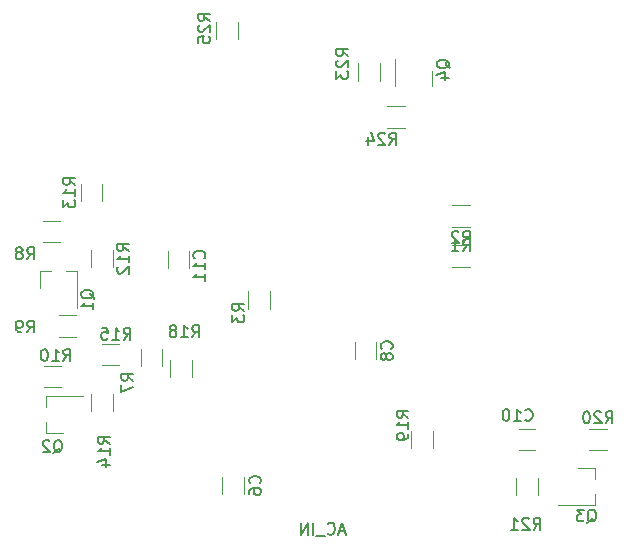
<source format=gbr>
%TF.GenerationSoftware,KiCad,Pcbnew,7.0.9*%
%TF.CreationDate,2023-11-29T12:49:05+01:00*%
%TF.ProjectId,Zabezpieczenie_UPC1237_2,5a616265-7a70-4696-9563-7a656e69655f,rev?*%
%TF.SameCoordinates,Original*%
%TF.FileFunction,Legend,Bot*%
%TF.FilePolarity,Positive*%
%FSLAX46Y46*%
G04 Gerber Fmt 4.6, Leading zero omitted, Abs format (unit mm)*
G04 Created by KiCad (PCBNEW 7.0.9) date 2023-11-29 12:49:05*
%MOMM*%
%LPD*%
G01*
G04 APERTURE LIST*
%ADD10C,0.200000*%
%ADD11C,0.150000*%
%ADD12C,0.120000*%
G04 APERTURE END LIST*
D10*
X143377945Y-121581504D02*
X142901755Y-121581504D01*
X143473183Y-121867219D02*
X143139850Y-120867219D01*
X143139850Y-120867219D02*
X142806517Y-121867219D01*
X141901755Y-121771980D02*
X141949374Y-121819600D01*
X141949374Y-121819600D02*
X142092231Y-121867219D01*
X142092231Y-121867219D02*
X142187469Y-121867219D01*
X142187469Y-121867219D02*
X142330326Y-121819600D01*
X142330326Y-121819600D02*
X142425564Y-121724361D01*
X142425564Y-121724361D02*
X142473183Y-121629123D01*
X142473183Y-121629123D02*
X142520802Y-121438647D01*
X142520802Y-121438647D02*
X142520802Y-121295790D01*
X142520802Y-121295790D02*
X142473183Y-121105314D01*
X142473183Y-121105314D02*
X142425564Y-121010076D01*
X142425564Y-121010076D02*
X142330326Y-120914838D01*
X142330326Y-120914838D02*
X142187469Y-120867219D01*
X142187469Y-120867219D02*
X142092231Y-120867219D01*
X142092231Y-120867219D02*
X141949374Y-120914838D01*
X141949374Y-120914838D02*
X141901755Y-120962457D01*
X141711279Y-121962457D02*
X140949374Y-121962457D01*
X140711278Y-121867219D02*
X140711278Y-120867219D01*
X140235088Y-121867219D02*
X140235088Y-120867219D01*
X140235088Y-120867219D02*
X139663660Y-121867219D01*
X139663660Y-121867219D02*
X139663660Y-120867219D01*
D11*
X118695238Y-114950057D02*
X118790476Y-114902438D01*
X118790476Y-114902438D02*
X118885714Y-114807200D01*
X118885714Y-114807200D02*
X119028571Y-114664342D01*
X119028571Y-114664342D02*
X119123809Y-114616723D01*
X119123809Y-114616723D02*
X119219047Y-114616723D01*
X119171428Y-114854819D02*
X119266666Y-114807200D01*
X119266666Y-114807200D02*
X119361904Y-114711961D01*
X119361904Y-114711961D02*
X119409523Y-114521485D01*
X119409523Y-114521485D02*
X119409523Y-114188152D01*
X119409523Y-114188152D02*
X119361904Y-113997676D01*
X119361904Y-113997676D02*
X119266666Y-113902438D01*
X119266666Y-113902438D02*
X119171428Y-113854819D01*
X119171428Y-113854819D02*
X118980952Y-113854819D01*
X118980952Y-113854819D02*
X118885714Y-113902438D01*
X118885714Y-113902438D02*
X118790476Y-113997676D01*
X118790476Y-113997676D02*
X118742857Y-114188152D01*
X118742857Y-114188152D02*
X118742857Y-114521485D01*
X118742857Y-114521485D02*
X118790476Y-114711961D01*
X118790476Y-114711961D02*
X118885714Y-114807200D01*
X118885714Y-114807200D02*
X118980952Y-114854819D01*
X118980952Y-114854819D02*
X119171428Y-114854819D01*
X118361904Y-113950057D02*
X118314285Y-113902438D01*
X118314285Y-113902438D02*
X118219047Y-113854819D01*
X118219047Y-113854819D02*
X117980952Y-113854819D01*
X117980952Y-113854819D02*
X117885714Y-113902438D01*
X117885714Y-113902438D02*
X117838095Y-113950057D01*
X117838095Y-113950057D02*
X117790476Y-114045295D01*
X117790476Y-114045295D02*
X117790476Y-114140533D01*
X117790476Y-114140533D02*
X117838095Y-114283390D01*
X117838095Y-114283390D02*
X118409523Y-114854819D01*
X118409523Y-114854819D02*
X117790476Y-114854819D01*
X147142857Y-88854819D02*
X147476190Y-88378628D01*
X147714285Y-88854819D02*
X147714285Y-87854819D01*
X147714285Y-87854819D02*
X147333333Y-87854819D01*
X147333333Y-87854819D02*
X147238095Y-87902438D01*
X147238095Y-87902438D02*
X147190476Y-87950057D01*
X147190476Y-87950057D02*
X147142857Y-88045295D01*
X147142857Y-88045295D02*
X147142857Y-88188152D01*
X147142857Y-88188152D02*
X147190476Y-88283390D01*
X147190476Y-88283390D02*
X147238095Y-88331009D01*
X147238095Y-88331009D02*
X147333333Y-88378628D01*
X147333333Y-88378628D02*
X147714285Y-88378628D01*
X146761904Y-87950057D02*
X146714285Y-87902438D01*
X146714285Y-87902438D02*
X146619047Y-87854819D01*
X146619047Y-87854819D02*
X146380952Y-87854819D01*
X146380952Y-87854819D02*
X146285714Y-87902438D01*
X146285714Y-87902438D02*
X146238095Y-87950057D01*
X146238095Y-87950057D02*
X146190476Y-88045295D01*
X146190476Y-88045295D02*
X146190476Y-88140533D01*
X146190476Y-88140533D02*
X146238095Y-88283390D01*
X146238095Y-88283390D02*
X146809523Y-88854819D01*
X146809523Y-88854819D02*
X146190476Y-88854819D01*
X145333333Y-88188152D02*
X145333333Y-88854819D01*
X145571428Y-87807200D02*
X145809523Y-88521485D01*
X145809523Y-88521485D02*
X145190476Y-88521485D01*
X165442857Y-112434819D02*
X165776190Y-111958628D01*
X166014285Y-112434819D02*
X166014285Y-111434819D01*
X166014285Y-111434819D02*
X165633333Y-111434819D01*
X165633333Y-111434819D02*
X165538095Y-111482438D01*
X165538095Y-111482438D02*
X165490476Y-111530057D01*
X165490476Y-111530057D02*
X165442857Y-111625295D01*
X165442857Y-111625295D02*
X165442857Y-111768152D01*
X165442857Y-111768152D02*
X165490476Y-111863390D01*
X165490476Y-111863390D02*
X165538095Y-111911009D01*
X165538095Y-111911009D02*
X165633333Y-111958628D01*
X165633333Y-111958628D02*
X166014285Y-111958628D01*
X165061904Y-111530057D02*
X165014285Y-111482438D01*
X165014285Y-111482438D02*
X164919047Y-111434819D01*
X164919047Y-111434819D02*
X164680952Y-111434819D01*
X164680952Y-111434819D02*
X164585714Y-111482438D01*
X164585714Y-111482438D02*
X164538095Y-111530057D01*
X164538095Y-111530057D02*
X164490476Y-111625295D01*
X164490476Y-111625295D02*
X164490476Y-111720533D01*
X164490476Y-111720533D02*
X164538095Y-111863390D01*
X164538095Y-111863390D02*
X165109523Y-112434819D01*
X165109523Y-112434819D02*
X164490476Y-112434819D01*
X163871428Y-111434819D02*
X163776190Y-111434819D01*
X163776190Y-111434819D02*
X163680952Y-111482438D01*
X163680952Y-111482438D02*
X163633333Y-111530057D01*
X163633333Y-111530057D02*
X163585714Y-111625295D01*
X163585714Y-111625295D02*
X163538095Y-111815771D01*
X163538095Y-111815771D02*
X163538095Y-112053866D01*
X163538095Y-112053866D02*
X163585714Y-112244342D01*
X163585714Y-112244342D02*
X163633333Y-112339580D01*
X163633333Y-112339580D02*
X163680952Y-112387200D01*
X163680952Y-112387200D02*
X163776190Y-112434819D01*
X163776190Y-112434819D02*
X163871428Y-112434819D01*
X163871428Y-112434819D02*
X163966666Y-112387200D01*
X163966666Y-112387200D02*
X164014285Y-112339580D01*
X164014285Y-112339580D02*
X164061904Y-112244342D01*
X164061904Y-112244342D02*
X164109523Y-112053866D01*
X164109523Y-112053866D02*
X164109523Y-111815771D01*
X164109523Y-111815771D02*
X164061904Y-111625295D01*
X164061904Y-111625295D02*
X164014285Y-111530057D01*
X164014285Y-111530057D02*
X163966666Y-111482438D01*
X163966666Y-111482438D02*
X163871428Y-111434819D01*
X120534819Y-92257142D02*
X120058628Y-91923809D01*
X120534819Y-91685714D02*
X119534819Y-91685714D01*
X119534819Y-91685714D02*
X119534819Y-92066666D01*
X119534819Y-92066666D02*
X119582438Y-92161904D01*
X119582438Y-92161904D02*
X119630057Y-92209523D01*
X119630057Y-92209523D02*
X119725295Y-92257142D01*
X119725295Y-92257142D02*
X119868152Y-92257142D01*
X119868152Y-92257142D02*
X119963390Y-92209523D01*
X119963390Y-92209523D02*
X120011009Y-92161904D01*
X120011009Y-92161904D02*
X120058628Y-92066666D01*
X120058628Y-92066666D02*
X120058628Y-91685714D01*
X120534819Y-93209523D02*
X120534819Y-92638095D01*
X120534819Y-92923809D02*
X119534819Y-92923809D01*
X119534819Y-92923809D02*
X119677676Y-92828571D01*
X119677676Y-92828571D02*
X119772914Y-92733333D01*
X119772914Y-92733333D02*
X119820533Y-92638095D01*
X119534819Y-93542857D02*
X119534819Y-94161904D01*
X119534819Y-94161904D02*
X119915771Y-93828571D01*
X119915771Y-93828571D02*
X119915771Y-93971428D01*
X119915771Y-93971428D02*
X119963390Y-94066666D01*
X119963390Y-94066666D02*
X120011009Y-94114285D01*
X120011009Y-94114285D02*
X120106247Y-94161904D01*
X120106247Y-94161904D02*
X120344342Y-94161904D01*
X120344342Y-94161904D02*
X120439580Y-94114285D01*
X120439580Y-94114285D02*
X120487200Y-94066666D01*
X120487200Y-94066666D02*
X120534819Y-93971428D01*
X120534819Y-93971428D02*
X120534819Y-93685714D01*
X120534819Y-93685714D02*
X120487200Y-93590476D01*
X120487200Y-93590476D02*
X120439580Y-93542857D01*
X153366666Y-97844819D02*
X153699999Y-97368628D01*
X153938094Y-97844819D02*
X153938094Y-96844819D01*
X153938094Y-96844819D02*
X153557142Y-96844819D01*
X153557142Y-96844819D02*
X153461904Y-96892438D01*
X153461904Y-96892438D02*
X153414285Y-96940057D01*
X153414285Y-96940057D02*
X153366666Y-97035295D01*
X153366666Y-97035295D02*
X153366666Y-97178152D01*
X153366666Y-97178152D02*
X153414285Y-97273390D01*
X153414285Y-97273390D02*
X153461904Y-97321009D01*
X153461904Y-97321009D02*
X153557142Y-97368628D01*
X153557142Y-97368628D02*
X153938094Y-97368628D01*
X152414285Y-97844819D02*
X152985713Y-97844819D01*
X152699999Y-97844819D02*
X152699999Y-96844819D01*
X152699999Y-96844819D02*
X152795237Y-96987676D01*
X152795237Y-96987676D02*
X152890475Y-97082914D01*
X152890475Y-97082914D02*
X152985713Y-97130533D01*
X143654819Y-81357142D02*
X143178628Y-81023809D01*
X143654819Y-80785714D02*
X142654819Y-80785714D01*
X142654819Y-80785714D02*
X142654819Y-81166666D01*
X142654819Y-81166666D02*
X142702438Y-81261904D01*
X142702438Y-81261904D02*
X142750057Y-81309523D01*
X142750057Y-81309523D02*
X142845295Y-81357142D01*
X142845295Y-81357142D02*
X142988152Y-81357142D01*
X142988152Y-81357142D02*
X143083390Y-81309523D01*
X143083390Y-81309523D02*
X143131009Y-81261904D01*
X143131009Y-81261904D02*
X143178628Y-81166666D01*
X143178628Y-81166666D02*
X143178628Y-80785714D01*
X142750057Y-81738095D02*
X142702438Y-81785714D01*
X142702438Y-81785714D02*
X142654819Y-81880952D01*
X142654819Y-81880952D02*
X142654819Y-82119047D01*
X142654819Y-82119047D02*
X142702438Y-82214285D01*
X142702438Y-82214285D02*
X142750057Y-82261904D01*
X142750057Y-82261904D02*
X142845295Y-82309523D01*
X142845295Y-82309523D02*
X142940533Y-82309523D01*
X142940533Y-82309523D02*
X143083390Y-82261904D01*
X143083390Y-82261904D02*
X143654819Y-81690476D01*
X143654819Y-81690476D02*
X143654819Y-82309523D01*
X142654819Y-82642857D02*
X142654819Y-83261904D01*
X142654819Y-83261904D02*
X143035771Y-82928571D01*
X143035771Y-82928571D02*
X143035771Y-83071428D01*
X143035771Y-83071428D02*
X143083390Y-83166666D01*
X143083390Y-83166666D02*
X143131009Y-83214285D01*
X143131009Y-83214285D02*
X143226247Y-83261904D01*
X143226247Y-83261904D02*
X143464342Y-83261904D01*
X143464342Y-83261904D02*
X143559580Y-83214285D01*
X143559580Y-83214285D02*
X143607200Y-83166666D01*
X143607200Y-83166666D02*
X143654819Y-83071428D01*
X143654819Y-83071428D02*
X143654819Y-82785714D01*
X143654819Y-82785714D02*
X143607200Y-82690476D01*
X143607200Y-82690476D02*
X143559580Y-82642857D01*
X131954819Y-78357142D02*
X131478628Y-78023809D01*
X131954819Y-77785714D02*
X130954819Y-77785714D01*
X130954819Y-77785714D02*
X130954819Y-78166666D01*
X130954819Y-78166666D02*
X131002438Y-78261904D01*
X131002438Y-78261904D02*
X131050057Y-78309523D01*
X131050057Y-78309523D02*
X131145295Y-78357142D01*
X131145295Y-78357142D02*
X131288152Y-78357142D01*
X131288152Y-78357142D02*
X131383390Y-78309523D01*
X131383390Y-78309523D02*
X131431009Y-78261904D01*
X131431009Y-78261904D02*
X131478628Y-78166666D01*
X131478628Y-78166666D02*
X131478628Y-77785714D01*
X131050057Y-78738095D02*
X131002438Y-78785714D01*
X131002438Y-78785714D02*
X130954819Y-78880952D01*
X130954819Y-78880952D02*
X130954819Y-79119047D01*
X130954819Y-79119047D02*
X131002438Y-79214285D01*
X131002438Y-79214285D02*
X131050057Y-79261904D01*
X131050057Y-79261904D02*
X131145295Y-79309523D01*
X131145295Y-79309523D02*
X131240533Y-79309523D01*
X131240533Y-79309523D02*
X131383390Y-79261904D01*
X131383390Y-79261904D02*
X131954819Y-78690476D01*
X131954819Y-78690476D02*
X131954819Y-79309523D01*
X130954819Y-80214285D02*
X130954819Y-79738095D01*
X130954819Y-79738095D02*
X131431009Y-79690476D01*
X131431009Y-79690476D02*
X131383390Y-79738095D01*
X131383390Y-79738095D02*
X131335771Y-79833333D01*
X131335771Y-79833333D02*
X131335771Y-80071428D01*
X131335771Y-80071428D02*
X131383390Y-80166666D01*
X131383390Y-80166666D02*
X131431009Y-80214285D01*
X131431009Y-80214285D02*
X131526247Y-80261904D01*
X131526247Y-80261904D02*
X131764342Y-80261904D01*
X131764342Y-80261904D02*
X131859580Y-80214285D01*
X131859580Y-80214285D02*
X131907200Y-80166666D01*
X131907200Y-80166666D02*
X131954819Y-80071428D01*
X131954819Y-80071428D02*
X131954819Y-79833333D01*
X131954819Y-79833333D02*
X131907200Y-79738095D01*
X131907200Y-79738095D02*
X131859580Y-79690476D01*
X119542857Y-107154819D02*
X119876190Y-106678628D01*
X120114285Y-107154819D02*
X120114285Y-106154819D01*
X120114285Y-106154819D02*
X119733333Y-106154819D01*
X119733333Y-106154819D02*
X119638095Y-106202438D01*
X119638095Y-106202438D02*
X119590476Y-106250057D01*
X119590476Y-106250057D02*
X119542857Y-106345295D01*
X119542857Y-106345295D02*
X119542857Y-106488152D01*
X119542857Y-106488152D02*
X119590476Y-106583390D01*
X119590476Y-106583390D02*
X119638095Y-106631009D01*
X119638095Y-106631009D02*
X119733333Y-106678628D01*
X119733333Y-106678628D02*
X120114285Y-106678628D01*
X118590476Y-107154819D02*
X119161904Y-107154819D01*
X118876190Y-107154819D02*
X118876190Y-106154819D01*
X118876190Y-106154819D02*
X118971428Y-106297676D01*
X118971428Y-106297676D02*
X119066666Y-106392914D01*
X119066666Y-106392914D02*
X119161904Y-106440533D01*
X117971428Y-106154819D02*
X117876190Y-106154819D01*
X117876190Y-106154819D02*
X117780952Y-106202438D01*
X117780952Y-106202438D02*
X117733333Y-106250057D01*
X117733333Y-106250057D02*
X117685714Y-106345295D01*
X117685714Y-106345295D02*
X117638095Y-106535771D01*
X117638095Y-106535771D02*
X117638095Y-106773866D01*
X117638095Y-106773866D02*
X117685714Y-106964342D01*
X117685714Y-106964342D02*
X117733333Y-107059580D01*
X117733333Y-107059580D02*
X117780952Y-107107200D01*
X117780952Y-107107200D02*
X117876190Y-107154819D01*
X117876190Y-107154819D02*
X117971428Y-107154819D01*
X117971428Y-107154819D02*
X118066666Y-107107200D01*
X118066666Y-107107200D02*
X118114285Y-107059580D01*
X118114285Y-107059580D02*
X118161904Y-106964342D01*
X118161904Y-106964342D02*
X118209523Y-106773866D01*
X118209523Y-106773866D02*
X118209523Y-106535771D01*
X118209523Y-106535771D02*
X118161904Y-106345295D01*
X118161904Y-106345295D02*
X118114285Y-106250057D01*
X118114285Y-106250057D02*
X118066666Y-106202438D01*
X118066666Y-106202438D02*
X117971428Y-106154819D01*
X147309580Y-106133333D02*
X147357200Y-106085714D01*
X147357200Y-106085714D02*
X147404819Y-105942857D01*
X147404819Y-105942857D02*
X147404819Y-105847619D01*
X147404819Y-105847619D02*
X147357200Y-105704762D01*
X147357200Y-105704762D02*
X147261961Y-105609524D01*
X147261961Y-105609524D02*
X147166723Y-105561905D01*
X147166723Y-105561905D02*
X146976247Y-105514286D01*
X146976247Y-105514286D02*
X146833390Y-105514286D01*
X146833390Y-105514286D02*
X146642914Y-105561905D01*
X146642914Y-105561905D02*
X146547676Y-105609524D01*
X146547676Y-105609524D02*
X146452438Y-105704762D01*
X146452438Y-105704762D02*
X146404819Y-105847619D01*
X146404819Y-105847619D02*
X146404819Y-105942857D01*
X146404819Y-105942857D02*
X146452438Y-106085714D01*
X146452438Y-106085714D02*
X146500057Y-106133333D01*
X146833390Y-106704762D02*
X146785771Y-106609524D01*
X146785771Y-106609524D02*
X146738152Y-106561905D01*
X146738152Y-106561905D02*
X146642914Y-106514286D01*
X146642914Y-106514286D02*
X146595295Y-106514286D01*
X146595295Y-106514286D02*
X146500057Y-106561905D01*
X146500057Y-106561905D02*
X146452438Y-106609524D01*
X146452438Y-106609524D02*
X146404819Y-106704762D01*
X146404819Y-106704762D02*
X146404819Y-106895238D01*
X146404819Y-106895238D02*
X146452438Y-106990476D01*
X146452438Y-106990476D02*
X146500057Y-107038095D01*
X146500057Y-107038095D02*
X146595295Y-107085714D01*
X146595295Y-107085714D02*
X146642914Y-107085714D01*
X146642914Y-107085714D02*
X146738152Y-107038095D01*
X146738152Y-107038095D02*
X146785771Y-106990476D01*
X146785771Y-106990476D02*
X146833390Y-106895238D01*
X146833390Y-106895238D02*
X146833390Y-106704762D01*
X146833390Y-106704762D02*
X146881009Y-106609524D01*
X146881009Y-106609524D02*
X146928628Y-106561905D01*
X146928628Y-106561905D02*
X147023866Y-106514286D01*
X147023866Y-106514286D02*
X147214342Y-106514286D01*
X147214342Y-106514286D02*
X147309580Y-106561905D01*
X147309580Y-106561905D02*
X147357200Y-106609524D01*
X147357200Y-106609524D02*
X147404819Y-106704762D01*
X147404819Y-106704762D02*
X147404819Y-106895238D01*
X147404819Y-106895238D02*
X147357200Y-106990476D01*
X147357200Y-106990476D02*
X147309580Y-107038095D01*
X147309580Y-107038095D02*
X147214342Y-107085714D01*
X147214342Y-107085714D02*
X147023866Y-107085714D01*
X147023866Y-107085714D02*
X146928628Y-107038095D01*
X146928628Y-107038095D02*
X146881009Y-106990476D01*
X146881009Y-106990476D02*
X146833390Y-106895238D01*
X125454819Y-108833333D02*
X124978628Y-108500000D01*
X125454819Y-108261905D02*
X124454819Y-108261905D01*
X124454819Y-108261905D02*
X124454819Y-108642857D01*
X124454819Y-108642857D02*
X124502438Y-108738095D01*
X124502438Y-108738095D02*
X124550057Y-108785714D01*
X124550057Y-108785714D02*
X124645295Y-108833333D01*
X124645295Y-108833333D02*
X124788152Y-108833333D01*
X124788152Y-108833333D02*
X124883390Y-108785714D01*
X124883390Y-108785714D02*
X124931009Y-108738095D01*
X124931009Y-108738095D02*
X124978628Y-108642857D01*
X124978628Y-108642857D02*
X124978628Y-108261905D01*
X124454819Y-109166667D02*
X124454819Y-109833333D01*
X124454819Y-109833333D02*
X125454819Y-109404762D01*
X148754819Y-111957142D02*
X148278628Y-111623809D01*
X148754819Y-111385714D02*
X147754819Y-111385714D01*
X147754819Y-111385714D02*
X147754819Y-111766666D01*
X147754819Y-111766666D02*
X147802438Y-111861904D01*
X147802438Y-111861904D02*
X147850057Y-111909523D01*
X147850057Y-111909523D02*
X147945295Y-111957142D01*
X147945295Y-111957142D02*
X148088152Y-111957142D01*
X148088152Y-111957142D02*
X148183390Y-111909523D01*
X148183390Y-111909523D02*
X148231009Y-111861904D01*
X148231009Y-111861904D02*
X148278628Y-111766666D01*
X148278628Y-111766666D02*
X148278628Y-111385714D01*
X148754819Y-112909523D02*
X148754819Y-112338095D01*
X148754819Y-112623809D02*
X147754819Y-112623809D01*
X147754819Y-112623809D02*
X147897676Y-112528571D01*
X147897676Y-112528571D02*
X147992914Y-112433333D01*
X147992914Y-112433333D02*
X148040533Y-112338095D01*
X148754819Y-113385714D02*
X148754819Y-113576190D01*
X148754819Y-113576190D02*
X148707200Y-113671428D01*
X148707200Y-113671428D02*
X148659580Y-113719047D01*
X148659580Y-113719047D02*
X148516723Y-113814285D01*
X148516723Y-113814285D02*
X148326247Y-113861904D01*
X148326247Y-113861904D02*
X147945295Y-113861904D01*
X147945295Y-113861904D02*
X147850057Y-113814285D01*
X147850057Y-113814285D02*
X147802438Y-113766666D01*
X147802438Y-113766666D02*
X147754819Y-113671428D01*
X147754819Y-113671428D02*
X147754819Y-113480952D01*
X147754819Y-113480952D02*
X147802438Y-113385714D01*
X147802438Y-113385714D02*
X147850057Y-113338095D01*
X147850057Y-113338095D02*
X147945295Y-113290476D01*
X147945295Y-113290476D02*
X148183390Y-113290476D01*
X148183390Y-113290476D02*
X148278628Y-113338095D01*
X148278628Y-113338095D02*
X148326247Y-113385714D01*
X148326247Y-113385714D02*
X148373866Y-113480952D01*
X148373866Y-113480952D02*
X148373866Y-113671428D01*
X148373866Y-113671428D02*
X148326247Y-113766666D01*
X148326247Y-113766666D02*
X148278628Y-113814285D01*
X148278628Y-113814285D02*
X148183390Y-113861904D01*
X122150057Y-101904761D02*
X122102438Y-101809523D01*
X122102438Y-101809523D02*
X122007200Y-101714285D01*
X122007200Y-101714285D02*
X121864342Y-101571428D01*
X121864342Y-101571428D02*
X121816723Y-101476190D01*
X121816723Y-101476190D02*
X121816723Y-101380952D01*
X122054819Y-101428571D02*
X122007200Y-101333333D01*
X122007200Y-101333333D02*
X121911961Y-101238095D01*
X121911961Y-101238095D02*
X121721485Y-101190476D01*
X121721485Y-101190476D02*
X121388152Y-101190476D01*
X121388152Y-101190476D02*
X121197676Y-101238095D01*
X121197676Y-101238095D02*
X121102438Y-101333333D01*
X121102438Y-101333333D02*
X121054819Y-101428571D01*
X121054819Y-101428571D02*
X121054819Y-101619047D01*
X121054819Y-101619047D02*
X121102438Y-101714285D01*
X121102438Y-101714285D02*
X121197676Y-101809523D01*
X121197676Y-101809523D02*
X121388152Y-101857142D01*
X121388152Y-101857142D02*
X121721485Y-101857142D01*
X121721485Y-101857142D02*
X121911961Y-101809523D01*
X121911961Y-101809523D02*
X122007200Y-101714285D01*
X122007200Y-101714285D02*
X122054819Y-101619047D01*
X122054819Y-101619047D02*
X122054819Y-101428571D01*
X122054819Y-102809523D02*
X122054819Y-102238095D01*
X122054819Y-102523809D02*
X121054819Y-102523809D01*
X121054819Y-102523809D02*
X121197676Y-102428571D01*
X121197676Y-102428571D02*
X121292914Y-102333333D01*
X121292914Y-102333333D02*
X121340533Y-102238095D01*
X125074819Y-97857142D02*
X124598628Y-97523809D01*
X125074819Y-97285714D02*
X124074819Y-97285714D01*
X124074819Y-97285714D02*
X124074819Y-97666666D01*
X124074819Y-97666666D02*
X124122438Y-97761904D01*
X124122438Y-97761904D02*
X124170057Y-97809523D01*
X124170057Y-97809523D02*
X124265295Y-97857142D01*
X124265295Y-97857142D02*
X124408152Y-97857142D01*
X124408152Y-97857142D02*
X124503390Y-97809523D01*
X124503390Y-97809523D02*
X124551009Y-97761904D01*
X124551009Y-97761904D02*
X124598628Y-97666666D01*
X124598628Y-97666666D02*
X124598628Y-97285714D01*
X125074819Y-98809523D02*
X125074819Y-98238095D01*
X125074819Y-98523809D02*
X124074819Y-98523809D01*
X124074819Y-98523809D02*
X124217676Y-98428571D01*
X124217676Y-98428571D02*
X124312914Y-98333333D01*
X124312914Y-98333333D02*
X124360533Y-98238095D01*
X124170057Y-99190476D02*
X124122438Y-99238095D01*
X124122438Y-99238095D02*
X124074819Y-99333333D01*
X124074819Y-99333333D02*
X124074819Y-99571428D01*
X124074819Y-99571428D02*
X124122438Y-99666666D01*
X124122438Y-99666666D02*
X124170057Y-99714285D01*
X124170057Y-99714285D02*
X124265295Y-99761904D01*
X124265295Y-99761904D02*
X124360533Y-99761904D01*
X124360533Y-99761904D02*
X124503390Y-99714285D01*
X124503390Y-99714285D02*
X125074819Y-99142857D01*
X125074819Y-99142857D02*
X125074819Y-99761904D01*
X158642857Y-112159580D02*
X158690476Y-112207200D01*
X158690476Y-112207200D02*
X158833333Y-112254819D01*
X158833333Y-112254819D02*
X158928571Y-112254819D01*
X158928571Y-112254819D02*
X159071428Y-112207200D01*
X159071428Y-112207200D02*
X159166666Y-112111961D01*
X159166666Y-112111961D02*
X159214285Y-112016723D01*
X159214285Y-112016723D02*
X159261904Y-111826247D01*
X159261904Y-111826247D02*
X159261904Y-111683390D01*
X159261904Y-111683390D02*
X159214285Y-111492914D01*
X159214285Y-111492914D02*
X159166666Y-111397676D01*
X159166666Y-111397676D02*
X159071428Y-111302438D01*
X159071428Y-111302438D02*
X158928571Y-111254819D01*
X158928571Y-111254819D02*
X158833333Y-111254819D01*
X158833333Y-111254819D02*
X158690476Y-111302438D01*
X158690476Y-111302438D02*
X158642857Y-111350057D01*
X157690476Y-112254819D02*
X158261904Y-112254819D01*
X157976190Y-112254819D02*
X157976190Y-111254819D01*
X157976190Y-111254819D02*
X158071428Y-111397676D01*
X158071428Y-111397676D02*
X158166666Y-111492914D01*
X158166666Y-111492914D02*
X158261904Y-111540533D01*
X157071428Y-111254819D02*
X156976190Y-111254819D01*
X156976190Y-111254819D02*
X156880952Y-111302438D01*
X156880952Y-111302438D02*
X156833333Y-111350057D01*
X156833333Y-111350057D02*
X156785714Y-111445295D01*
X156785714Y-111445295D02*
X156738095Y-111635771D01*
X156738095Y-111635771D02*
X156738095Y-111873866D01*
X156738095Y-111873866D02*
X156785714Y-112064342D01*
X156785714Y-112064342D02*
X156833333Y-112159580D01*
X156833333Y-112159580D02*
X156880952Y-112207200D01*
X156880952Y-112207200D02*
X156976190Y-112254819D01*
X156976190Y-112254819D02*
X157071428Y-112254819D01*
X157071428Y-112254819D02*
X157166666Y-112207200D01*
X157166666Y-112207200D02*
X157214285Y-112159580D01*
X157214285Y-112159580D02*
X157261904Y-112064342D01*
X157261904Y-112064342D02*
X157309523Y-111873866D01*
X157309523Y-111873866D02*
X157309523Y-111635771D01*
X157309523Y-111635771D02*
X157261904Y-111445295D01*
X157261904Y-111445295D02*
X157214285Y-111350057D01*
X157214285Y-111350057D02*
X157166666Y-111302438D01*
X157166666Y-111302438D02*
X157071428Y-111254819D01*
X153366666Y-97174819D02*
X153699999Y-96698628D01*
X153938094Y-97174819D02*
X153938094Y-96174819D01*
X153938094Y-96174819D02*
X153557142Y-96174819D01*
X153557142Y-96174819D02*
X153461904Y-96222438D01*
X153461904Y-96222438D02*
X153414285Y-96270057D01*
X153414285Y-96270057D02*
X153366666Y-96365295D01*
X153366666Y-96365295D02*
X153366666Y-96508152D01*
X153366666Y-96508152D02*
X153414285Y-96603390D01*
X153414285Y-96603390D02*
X153461904Y-96651009D01*
X153461904Y-96651009D02*
X153557142Y-96698628D01*
X153557142Y-96698628D02*
X153938094Y-96698628D01*
X152985713Y-96270057D02*
X152938094Y-96222438D01*
X152938094Y-96222438D02*
X152842856Y-96174819D01*
X152842856Y-96174819D02*
X152604761Y-96174819D01*
X152604761Y-96174819D02*
X152509523Y-96222438D01*
X152509523Y-96222438D02*
X152461904Y-96270057D01*
X152461904Y-96270057D02*
X152414285Y-96365295D01*
X152414285Y-96365295D02*
X152414285Y-96460533D01*
X152414285Y-96460533D02*
X152461904Y-96603390D01*
X152461904Y-96603390D02*
X153033332Y-97174819D01*
X153033332Y-97174819D02*
X152414285Y-97174819D01*
X123454819Y-114157142D02*
X122978628Y-113823809D01*
X123454819Y-113585714D02*
X122454819Y-113585714D01*
X122454819Y-113585714D02*
X122454819Y-113966666D01*
X122454819Y-113966666D02*
X122502438Y-114061904D01*
X122502438Y-114061904D02*
X122550057Y-114109523D01*
X122550057Y-114109523D02*
X122645295Y-114157142D01*
X122645295Y-114157142D02*
X122788152Y-114157142D01*
X122788152Y-114157142D02*
X122883390Y-114109523D01*
X122883390Y-114109523D02*
X122931009Y-114061904D01*
X122931009Y-114061904D02*
X122978628Y-113966666D01*
X122978628Y-113966666D02*
X122978628Y-113585714D01*
X123454819Y-115109523D02*
X123454819Y-114538095D01*
X123454819Y-114823809D02*
X122454819Y-114823809D01*
X122454819Y-114823809D02*
X122597676Y-114728571D01*
X122597676Y-114728571D02*
X122692914Y-114633333D01*
X122692914Y-114633333D02*
X122740533Y-114538095D01*
X122788152Y-115966666D02*
X123454819Y-115966666D01*
X122407200Y-115728571D02*
X123121485Y-115490476D01*
X123121485Y-115490476D02*
X123121485Y-116109523D01*
X116466666Y-98554819D02*
X116799999Y-98078628D01*
X117038094Y-98554819D02*
X117038094Y-97554819D01*
X117038094Y-97554819D02*
X116657142Y-97554819D01*
X116657142Y-97554819D02*
X116561904Y-97602438D01*
X116561904Y-97602438D02*
X116514285Y-97650057D01*
X116514285Y-97650057D02*
X116466666Y-97745295D01*
X116466666Y-97745295D02*
X116466666Y-97888152D01*
X116466666Y-97888152D02*
X116514285Y-97983390D01*
X116514285Y-97983390D02*
X116561904Y-98031009D01*
X116561904Y-98031009D02*
X116657142Y-98078628D01*
X116657142Y-98078628D02*
X117038094Y-98078628D01*
X115895237Y-97983390D02*
X115990475Y-97935771D01*
X115990475Y-97935771D02*
X116038094Y-97888152D01*
X116038094Y-97888152D02*
X116085713Y-97792914D01*
X116085713Y-97792914D02*
X116085713Y-97745295D01*
X116085713Y-97745295D02*
X116038094Y-97650057D01*
X116038094Y-97650057D02*
X115990475Y-97602438D01*
X115990475Y-97602438D02*
X115895237Y-97554819D01*
X115895237Y-97554819D02*
X115704761Y-97554819D01*
X115704761Y-97554819D02*
X115609523Y-97602438D01*
X115609523Y-97602438D02*
X115561904Y-97650057D01*
X115561904Y-97650057D02*
X115514285Y-97745295D01*
X115514285Y-97745295D02*
X115514285Y-97792914D01*
X115514285Y-97792914D02*
X115561904Y-97888152D01*
X115561904Y-97888152D02*
X115609523Y-97935771D01*
X115609523Y-97935771D02*
X115704761Y-97983390D01*
X115704761Y-97983390D02*
X115895237Y-97983390D01*
X115895237Y-97983390D02*
X115990475Y-98031009D01*
X115990475Y-98031009D02*
X116038094Y-98078628D01*
X116038094Y-98078628D02*
X116085713Y-98173866D01*
X116085713Y-98173866D02*
X116085713Y-98364342D01*
X116085713Y-98364342D02*
X116038094Y-98459580D01*
X116038094Y-98459580D02*
X115990475Y-98507200D01*
X115990475Y-98507200D02*
X115895237Y-98554819D01*
X115895237Y-98554819D02*
X115704761Y-98554819D01*
X115704761Y-98554819D02*
X115609523Y-98507200D01*
X115609523Y-98507200D02*
X115561904Y-98459580D01*
X115561904Y-98459580D02*
X115514285Y-98364342D01*
X115514285Y-98364342D02*
X115514285Y-98173866D01*
X115514285Y-98173866D02*
X115561904Y-98078628D01*
X115561904Y-98078628D02*
X115609523Y-98031009D01*
X115609523Y-98031009D02*
X115704761Y-97983390D01*
X136159580Y-117533333D02*
X136207200Y-117485714D01*
X136207200Y-117485714D02*
X136254819Y-117342857D01*
X136254819Y-117342857D02*
X136254819Y-117247619D01*
X136254819Y-117247619D02*
X136207200Y-117104762D01*
X136207200Y-117104762D02*
X136111961Y-117009524D01*
X136111961Y-117009524D02*
X136016723Y-116961905D01*
X136016723Y-116961905D02*
X135826247Y-116914286D01*
X135826247Y-116914286D02*
X135683390Y-116914286D01*
X135683390Y-116914286D02*
X135492914Y-116961905D01*
X135492914Y-116961905D02*
X135397676Y-117009524D01*
X135397676Y-117009524D02*
X135302438Y-117104762D01*
X135302438Y-117104762D02*
X135254819Y-117247619D01*
X135254819Y-117247619D02*
X135254819Y-117342857D01*
X135254819Y-117342857D02*
X135302438Y-117485714D01*
X135302438Y-117485714D02*
X135350057Y-117533333D01*
X135254819Y-118390476D02*
X135254819Y-118200000D01*
X135254819Y-118200000D02*
X135302438Y-118104762D01*
X135302438Y-118104762D02*
X135350057Y-118057143D01*
X135350057Y-118057143D02*
X135492914Y-117961905D01*
X135492914Y-117961905D02*
X135683390Y-117914286D01*
X135683390Y-117914286D02*
X136064342Y-117914286D01*
X136064342Y-117914286D02*
X136159580Y-117961905D01*
X136159580Y-117961905D02*
X136207200Y-118009524D01*
X136207200Y-118009524D02*
X136254819Y-118104762D01*
X136254819Y-118104762D02*
X136254819Y-118295238D01*
X136254819Y-118295238D02*
X136207200Y-118390476D01*
X136207200Y-118390476D02*
X136159580Y-118438095D01*
X136159580Y-118438095D02*
X136064342Y-118485714D01*
X136064342Y-118485714D02*
X135826247Y-118485714D01*
X135826247Y-118485714D02*
X135731009Y-118438095D01*
X135731009Y-118438095D02*
X135683390Y-118390476D01*
X135683390Y-118390476D02*
X135635771Y-118295238D01*
X135635771Y-118295238D02*
X135635771Y-118104762D01*
X135635771Y-118104762D02*
X135683390Y-118009524D01*
X135683390Y-118009524D02*
X135731009Y-117961905D01*
X135731009Y-117961905D02*
X135826247Y-117914286D01*
X130442857Y-105154819D02*
X130776190Y-104678628D01*
X131014285Y-105154819D02*
X131014285Y-104154819D01*
X131014285Y-104154819D02*
X130633333Y-104154819D01*
X130633333Y-104154819D02*
X130538095Y-104202438D01*
X130538095Y-104202438D02*
X130490476Y-104250057D01*
X130490476Y-104250057D02*
X130442857Y-104345295D01*
X130442857Y-104345295D02*
X130442857Y-104488152D01*
X130442857Y-104488152D02*
X130490476Y-104583390D01*
X130490476Y-104583390D02*
X130538095Y-104631009D01*
X130538095Y-104631009D02*
X130633333Y-104678628D01*
X130633333Y-104678628D02*
X131014285Y-104678628D01*
X129490476Y-105154819D02*
X130061904Y-105154819D01*
X129776190Y-105154819D02*
X129776190Y-104154819D01*
X129776190Y-104154819D02*
X129871428Y-104297676D01*
X129871428Y-104297676D02*
X129966666Y-104392914D01*
X129966666Y-104392914D02*
X130061904Y-104440533D01*
X128919047Y-104583390D02*
X129014285Y-104535771D01*
X129014285Y-104535771D02*
X129061904Y-104488152D01*
X129061904Y-104488152D02*
X129109523Y-104392914D01*
X129109523Y-104392914D02*
X129109523Y-104345295D01*
X129109523Y-104345295D02*
X129061904Y-104250057D01*
X129061904Y-104250057D02*
X129014285Y-104202438D01*
X129014285Y-104202438D02*
X128919047Y-104154819D01*
X128919047Y-104154819D02*
X128728571Y-104154819D01*
X128728571Y-104154819D02*
X128633333Y-104202438D01*
X128633333Y-104202438D02*
X128585714Y-104250057D01*
X128585714Y-104250057D02*
X128538095Y-104345295D01*
X128538095Y-104345295D02*
X128538095Y-104392914D01*
X128538095Y-104392914D02*
X128585714Y-104488152D01*
X128585714Y-104488152D02*
X128633333Y-104535771D01*
X128633333Y-104535771D02*
X128728571Y-104583390D01*
X128728571Y-104583390D02*
X128919047Y-104583390D01*
X128919047Y-104583390D02*
X129014285Y-104631009D01*
X129014285Y-104631009D02*
X129061904Y-104678628D01*
X129061904Y-104678628D02*
X129109523Y-104773866D01*
X129109523Y-104773866D02*
X129109523Y-104964342D01*
X129109523Y-104964342D02*
X129061904Y-105059580D01*
X129061904Y-105059580D02*
X129014285Y-105107200D01*
X129014285Y-105107200D02*
X128919047Y-105154819D01*
X128919047Y-105154819D02*
X128728571Y-105154819D01*
X128728571Y-105154819D02*
X128633333Y-105107200D01*
X128633333Y-105107200D02*
X128585714Y-105059580D01*
X128585714Y-105059580D02*
X128538095Y-104964342D01*
X128538095Y-104964342D02*
X128538095Y-104773866D01*
X128538095Y-104773866D02*
X128585714Y-104678628D01*
X128585714Y-104678628D02*
X128633333Y-104631009D01*
X128633333Y-104631009D02*
X128728571Y-104583390D01*
X131459580Y-98457142D02*
X131507200Y-98409523D01*
X131507200Y-98409523D02*
X131554819Y-98266666D01*
X131554819Y-98266666D02*
X131554819Y-98171428D01*
X131554819Y-98171428D02*
X131507200Y-98028571D01*
X131507200Y-98028571D02*
X131411961Y-97933333D01*
X131411961Y-97933333D02*
X131316723Y-97885714D01*
X131316723Y-97885714D02*
X131126247Y-97838095D01*
X131126247Y-97838095D02*
X130983390Y-97838095D01*
X130983390Y-97838095D02*
X130792914Y-97885714D01*
X130792914Y-97885714D02*
X130697676Y-97933333D01*
X130697676Y-97933333D02*
X130602438Y-98028571D01*
X130602438Y-98028571D02*
X130554819Y-98171428D01*
X130554819Y-98171428D02*
X130554819Y-98266666D01*
X130554819Y-98266666D02*
X130602438Y-98409523D01*
X130602438Y-98409523D02*
X130650057Y-98457142D01*
X131554819Y-99409523D02*
X131554819Y-98838095D01*
X131554819Y-99123809D02*
X130554819Y-99123809D01*
X130554819Y-99123809D02*
X130697676Y-99028571D01*
X130697676Y-99028571D02*
X130792914Y-98933333D01*
X130792914Y-98933333D02*
X130840533Y-98838095D01*
X131554819Y-100361904D02*
X131554819Y-99790476D01*
X131554819Y-100076190D02*
X130554819Y-100076190D01*
X130554819Y-100076190D02*
X130697676Y-99980952D01*
X130697676Y-99980952D02*
X130792914Y-99885714D01*
X130792914Y-99885714D02*
X130840533Y-99790476D01*
X159342857Y-121454819D02*
X159676190Y-120978628D01*
X159914285Y-121454819D02*
X159914285Y-120454819D01*
X159914285Y-120454819D02*
X159533333Y-120454819D01*
X159533333Y-120454819D02*
X159438095Y-120502438D01*
X159438095Y-120502438D02*
X159390476Y-120550057D01*
X159390476Y-120550057D02*
X159342857Y-120645295D01*
X159342857Y-120645295D02*
X159342857Y-120788152D01*
X159342857Y-120788152D02*
X159390476Y-120883390D01*
X159390476Y-120883390D02*
X159438095Y-120931009D01*
X159438095Y-120931009D02*
X159533333Y-120978628D01*
X159533333Y-120978628D02*
X159914285Y-120978628D01*
X158961904Y-120550057D02*
X158914285Y-120502438D01*
X158914285Y-120502438D02*
X158819047Y-120454819D01*
X158819047Y-120454819D02*
X158580952Y-120454819D01*
X158580952Y-120454819D02*
X158485714Y-120502438D01*
X158485714Y-120502438D02*
X158438095Y-120550057D01*
X158438095Y-120550057D02*
X158390476Y-120645295D01*
X158390476Y-120645295D02*
X158390476Y-120740533D01*
X158390476Y-120740533D02*
X158438095Y-120883390D01*
X158438095Y-120883390D02*
X159009523Y-121454819D01*
X159009523Y-121454819D02*
X158390476Y-121454819D01*
X157438095Y-121454819D02*
X158009523Y-121454819D01*
X157723809Y-121454819D02*
X157723809Y-120454819D01*
X157723809Y-120454819D02*
X157819047Y-120597676D01*
X157819047Y-120597676D02*
X157914285Y-120692914D01*
X157914285Y-120692914D02*
X158009523Y-120740533D01*
X134854819Y-102933333D02*
X134378628Y-102600000D01*
X134854819Y-102361905D02*
X133854819Y-102361905D01*
X133854819Y-102361905D02*
X133854819Y-102742857D01*
X133854819Y-102742857D02*
X133902438Y-102838095D01*
X133902438Y-102838095D02*
X133950057Y-102885714D01*
X133950057Y-102885714D02*
X134045295Y-102933333D01*
X134045295Y-102933333D02*
X134188152Y-102933333D01*
X134188152Y-102933333D02*
X134283390Y-102885714D01*
X134283390Y-102885714D02*
X134331009Y-102838095D01*
X134331009Y-102838095D02*
X134378628Y-102742857D01*
X134378628Y-102742857D02*
X134378628Y-102361905D01*
X133854819Y-103266667D02*
X133854819Y-103885714D01*
X133854819Y-103885714D02*
X134235771Y-103552381D01*
X134235771Y-103552381D02*
X134235771Y-103695238D01*
X134235771Y-103695238D02*
X134283390Y-103790476D01*
X134283390Y-103790476D02*
X134331009Y-103838095D01*
X134331009Y-103838095D02*
X134426247Y-103885714D01*
X134426247Y-103885714D02*
X134664342Y-103885714D01*
X134664342Y-103885714D02*
X134759580Y-103838095D01*
X134759580Y-103838095D02*
X134807200Y-103790476D01*
X134807200Y-103790476D02*
X134854819Y-103695238D01*
X134854819Y-103695238D02*
X134854819Y-103409524D01*
X134854819Y-103409524D02*
X134807200Y-103314286D01*
X134807200Y-103314286D02*
X134759580Y-103266667D01*
X116466666Y-104754819D02*
X116799999Y-104278628D01*
X117038094Y-104754819D02*
X117038094Y-103754819D01*
X117038094Y-103754819D02*
X116657142Y-103754819D01*
X116657142Y-103754819D02*
X116561904Y-103802438D01*
X116561904Y-103802438D02*
X116514285Y-103850057D01*
X116514285Y-103850057D02*
X116466666Y-103945295D01*
X116466666Y-103945295D02*
X116466666Y-104088152D01*
X116466666Y-104088152D02*
X116514285Y-104183390D01*
X116514285Y-104183390D02*
X116561904Y-104231009D01*
X116561904Y-104231009D02*
X116657142Y-104278628D01*
X116657142Y-104278628D02*
X117038094Y-104278628D01*
X115990475Y-104754819D02*
X115799999Y-104754819D01*
X115799999Y-104754819D02*
X115704761Y-104707200D01*
X115704761Y-104707200D02*
X115657142Y-104659580D01*
X115657142Y-104659580D02*
X115561904Y-104516723D01*
X115561904Y-104516723D02*
X115514285Y-104326247D01*
X115514285Y-104326247D02*
X115514285Y-103945295D01*
X115514285Y-103945295D02*
X115561904Y-103850057D01*
X115561904Y-103850057D02*
X115609523Y-103802438D01*
X115609523Y-103802438D02*
X115704761Y-103754819D01*
X115704761Y-103754819D02*
X115895237Y-103754819D01*
X115895237Y-103754819D02*
X115990475Y-103802438D01*
X115990475Y-103802438D02*
X116038094Y-103850057D01*
X116038094Y-103850057D02*
X116085713Y-103945295D01*
X116085713Y-103945295D02*
X116085713Y-104183390D01*
X116085713Y-104183390D02*
X116038094Y-104278628D01*
X116038094Y-104278628D02*
X115990475Y-104326247D01*
X115990475Y-104326247D02*
X115895237Y-104373866D01*
X115895237Y-104373866D02*
X115704761Y-104373866D01*
X115704761Y-104373866D02*
X115609523Y-104326247D01*
X115609523Y-104326247D02*
X115561904Y-104278628D01*
X115561904Y-104278628D02*
X115514285Y-104183390D01*
X163895238Y-120850057D02*
X163990476Y-120802438D01*
X163990476Y-120802438D02*
X164085714Y-120707200D01*
X164085714Y-120707200D02*
X164228571Y-120564342D01*
X164228571Y-120564342D02*
X164323809Y-120516723D01*
X164323809Y-120516723D02*
X164419047Y-120516723D01*
X164371428Y-120754819D02*
X164466666Y-120707200D01*
X164466666Y-120707200D02*
X164561904Y-120611961D01*
X164561904Y-120611961D02*
X164609523Y-120421485D01*
X164609523Y-120421485D02*
X164609523Y-120088152D01*
X164609523Y-120088152D02*
X164561904Y-119897676D01*
X164561904Y-119897676D02*
X164466666Y-119802438D01*
X164466666Y-119802438D02*
X164371428Y-119754819D01*
X164371428Y-119754819D02*
X164180952Y-119754819D01*
X164180952Y-119754819D02*
X164085714Y-119802438D01*
X164085714Y-119802438D02*
X163990476Y-119897676D01*
X163990476Y-119897676D02*
X163942857Y-120088152D01*
X163942857Y-120088152D02*
X163942857Y-120421485D01*
X163942857Y-120421485D02*
X163990476Y-120611961D01*
X163990476Y-120611961D02*
X164085714Y-120707200D01*
X164085714Y-120707200D02*
X164180952Y-120754819D01*
X164180952Y-120754819D02*
X164371428Y-120754819D01*
X163609523Y-119754819D02*
X162990476Y-119754819D01*
X162990476Y-119754819D02*
X163323809Y-120135771D01*
X163323809Y-120135771D02*
X163180952Y-120135771D01*
X163180952Y-120135771D02*
X163085714Y-120183390D01*
X163085714Y-120183390D02*
X163038095Y-120231009D01*
X163038095Y-120231009D02*
X162990476Y-120326247D01*
X162990476Y-120326247D02*
X162990476Y-120564342D01*
X162990476Y-120564342D02*
X163038095Y-120659580D01*
X163038095Y-120659580D02*
X163085714Y-120707200D01*
X163085714Y-120707200D02*
X163180952Y-120754819D01*
X163180952Y-120754819D02*
X163466666Y-120754819D01*
X163466666Y-120754819D02*
X163561904Y-120707200D01*
X163561904Y-120707200D02*
X163609523Y-120659580D01*
X124642857Y-105354819D02*
X124976190Y-104878628D01*
X125214285Y-105354819D02*
X125214285Y-104354819D01*
X125214285Y-104354819D02*
X124833333Y-104354819D01*
X124833333Y-104354819D02*
X124738095Y-104402438D01*
X124738095Y-104402438D02*
X124690476Y-104450057D01*
X124690476Y-104450057D02*
X124642857Y-104545295D01*
X124642857Y-104545295D02*
X124642857Y-104688152D01*
X124642857Y-104688152D02*
X124690476Y-104783390D01*
X124690476Y-104783390D02*
X124738095Y-104831009D01*
X124738095Y-104831009D02*
X124833333Y-104878628D01*
X124833333Y-104878628D02*
X125214285Y-104878628D01*
X123690476Y-105354819D02*
X124261904Y-105354819D01*
X123976190Y-105354819D02*
X123976190Y-104354819D01*
X123976190Y-104354819D02*
X124071428Y-104497676D01*
X124071428Y-104497676D02*
X124166666Y-104592914D01*
X124166666Y-104592914D02*
X124261904Y-104640533D01*
X122785714Y-104354819D02*
X123261904Y-104354819D01*
X123261904Y-104354819D02*
X123309523Y-104831009D01*
X123309523Y-104831009D02*
X123261904Y-104783390D01*
X123261904Y-104783390D02*
X123166666Y-104735771D01*
X123166666Y-104735771D02*
X122928571Y-104735771D01*
X122928571Y-104735771D02*
X122833333Y-104783390D01*
X122833333Y-104783390D02*
X122785714Y-104831009D01*
X122785714Y-104831009D02*
X122738095Y-104926247D01*
X122738095Y-104926247D02*
X122738095Y-105164342D01*
X122738095Y-105164342D02*
X122785714Y-105259580D01*
X122785714Y-105259580D02*
X122833333Y-105307200D01*
X122833333Y-105307200D02*
X122928571Y-105354819D01*
X122928571Y-105354819D02*
X123166666Y-105354819D01*
X123166666Y-105354819D02*
X123261904Y-105307200D01*
X123261904Y-105307200D02*
X123309523Y-105259580D01*
X152250057Y-82404761D02*
X152202438Y-82309523D01*
X152202438Y-82309523D02*
X152107200Y-82214285D01*
X152107200Y-82214285D02*
X151964342Y-82071428D01*
X151964342Y-82071428D02*
X151916723Y-81976190D01*
X151916723Y-81976190D02*
X151916723Y-81880952D01*
X152154819Y-81928571D02*
X152107200Y-81833333D01*
X152107200Y-81833333D02*
X152011961Y-81738095D01*
X152011961Y-81738095D02*
X151821485Y-81690476D01*
X151821485Y-81690476D02*
X151488152Y-81690476D01*
X151488152Y-81690476D02*
X151297676Y-81738095D01*
X151297676Y-81738095D02*
X151202438Y-81833333D01*
X151202438Y-81833333D02*
X151154819Y-81928571D01*
X151154819Y-81928571D02*
X151154819Y-82119047D01*
X151154819Y-82119047D02*
X151202438Y-82214285D01*
X151202438Y-82214285D02*
X151297676Y-82309523D01*
X151297676Y-82309523D02*
X151488152Y-82357142D01*
X151488152Y-82357142D02*
X151821485Y-82357142D01*
X151821485Y-82357142D02*
X152011961Y-82309523D01*
X152011961Y-82309523D02*
X152107200Y-82214285D01*
X152107200Y-82214285D02*
X152154819Y-82119047D01*
X152154819Y-82119047D02*
X152154819Y-81928571D01*
X151488152Y-83214285D02*
X152154819Y-83214285D01*
X151107200Y-82976190D02*
X151821485Y-82738095D01*
X151821485Y-82738095D02*
X151821485Y-83357142D01*
D12*
%TO.C,Q2*%
X118040000Y-113280000D02*
X119500000Y-113280000D01*
X118040000Y-113280000D02*
X118040000Y-112350000D01*
X118040000Y-110120000D02*
X121200000Y-110120000D01*
X118040000Y-110120000D02*
X118040000Y-111050000D01*
%TO.C,R24*%
X146972936Y-85590000D02*
X148427064Y-85590000D01*
X146972936Y-87410000D02*
X148427064Y-87410000D01*
%TO.C,R20*%
X165527064Y-114710000D02*
X164072936Y-114710000D01*
X165527064Y-112890000D02*
X164072936Y-112890000D01*
%TO.C,R13*%
X122810000Y-92172936D02*
X122810000Y-93627064D01*
X120990000Y-92172936D02*
X120990000Y-93627064D01*
%TO.C,R1*%
X152472936Y-97390000D02*
X153927064Y-97390000D01*
X152472936Y-99210000D02*
X153927064Y-99210000D01*
%TO.C,R23*%
X144490000Y-83427064D02*
X144490000Y-81972936D01*
X146310000Y-83427064D02*
X146310000Y-81972936D01*
%TO.C,R25*%
X132490000Y-79927064D02*
X132490000Y-78472936D01*
X134310000Y-79927064D02*
X134310000Y-78472936D01*
%TO.C,R10*%
X117872936Y-107590000D02*
X119327064Y-107590000D01*
X117872936Y-109410000D02*
X119327064Y-109410000D01*
%TO.C,C8*%
X144190000Y-107011252D02*
X144190000Y-105588748D01*
X146010000Y-107011252D02*
X146010000Y-105588748D01*
%TO.C,R7*%
X127910000Y-106172936D02*
X127910000Y-107627064D01*
X126090000Y-106172936D02*
X126090000Y-107627064D01*
%TO.C,R19*%
X150810000Y-113072936D02*
X150810000Y-114527064D01*
X148990000Y-113072936D02*
X148990000Y-114527064D01*
%TO.C,Q1*%
X117520000Y-99540000D02*
X117520000Y-101000000D01*
X117520000Y-99540000D02*
X118450000Y-99540000D01*
X120680000Y-99540000D02*
X120680000Y-102700000D01*
X120680000Y-99540000D02*
X119750000Y-99540000D01*
%TO.C,R12*%
X121890000Y-99227064D02*
X121890000Y-97772936D01*
X123710000Y-99227064D02*
X123710000Y-97772936D01*
%TO.C,C10*%
X158088748Y-112890000D02*
X159511252Y-112890000D01*
X158088748Y-114710000D02*
X159511252Y-114710000D01*
%TO.C,R2*%
X152472936Y-93990000D02*
X153927064Y-93990000D01*
X152472936Y-95810000D02*
X153927064Y-95810000D01*
%TO.C,R14*%
X121890000Y-111427064D02*
X121890000Y-109972936D01*
X123710000Y-111427064D02*
X123710000Y-109972936D01*
%TO.C,R8*%
X117772936Y-95290000D02*
X119227064Y-95290000D01*
X117772936Y-97110000D02*
X119227064Y-97110000D01*
%TO.C,C6*%
X134810000Y-116988748D02*
X134810000Y-118411252D01*
X132990000Y-116988748D02*
X132990000Y-118411252D01*
%TO.C,R18*%
X128590000Y-108527064D02*
X128590000Y-107072936D01*
X130410000Y-108527064D02*
X130410000Y-107072936D01*
%TO.C,C11*%
X128390000Y-99311252D02*
X128390000Y-97888748D01*
X130210000Y-99311252D02*
X130210000Y-97888748D01*
%TO.C,R21*%
X159710000Y-117072936D02*
X159710000Y-118527064D01*
X157890000Y-117072936D02*
X157890000Y-118527064D01*
%TO.C,R3*%
X137010000Y-101272936D02*
X137010000Y-102727064D01*
X135190000Y-101272936D02*
X135190000Y-102727064D01*
%TO.C,R9*%
X119172936Y-103290000D02*
X120627064Y-103290000D01*
X119172936Y-105110000D02*
X120627064Y-105110000D01*
%TO.C,Q3*%
X164560000Y-116220000D02*
X163100000Y-116220000D01*
X164560000Y-116220000D02*
X164560000Y-117150000D01*
X164560000Y-119380000D02*
X161400000Y-119380000D01*
X164560000Y-119380000D02*
X164560000Y-118450000D01*
%TO.C,R15*%
X122772936Y-105690000D02*
X124227064Y-105690000D01*
X122772936Y-107510000D02*
X124227064Y-107510000D01*
%TO.C,Q4*%
X150710000Y-83237500D02*
X150710000Y-82587500D01*
X150710000Y-83237500D02*
X150710000Y-83887500D01*
X147590000Y-83237500D02*
X147590000Y-81562500D01*
X147590000Y-83237500D02*
X147590000Y-83887500D01*
%TD*%
M02*

</source>
